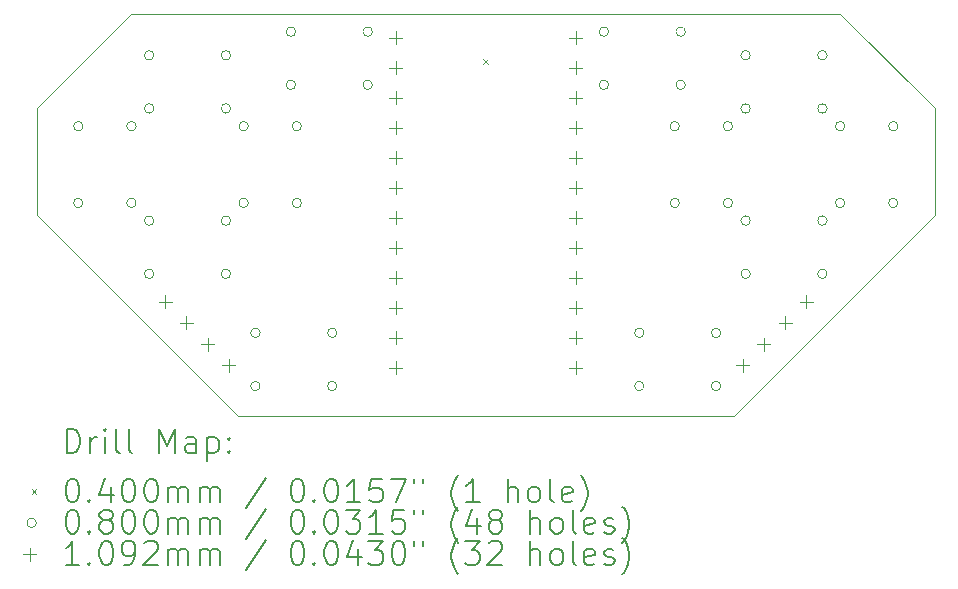
<source format=gbr>
%TF.GenerationSoftware,KiCad,Pcbnew,(6.0.8)*%
%TF.CreationDate,2023-06-20T19:58:34+10:00*%
%TF.ProjectId,thorny_devil,74686f72-6e79-45f6-9465-76696c2e6b69,rev?*%
%TF.SameCoordinates,Original*%
%TF.FileFunction,Drillmap*%
%TF.FilePolarity,Positive*%
%FSLAX45Y45*%
G04 Gerber Fmt 4.5, Leading zero omitted, Abs format (unit mm)*
G04 Created by KiCad (PCBNEW (6.0.8)) date 2023-06-20 19:58:34*
%MOMM*%
%LPD*%
G01*
G04 APERTURE LIST*
%ADD10C,0.100000*%
%ADD11C,0.200000*%
%ADD12C,0.040000*%
%ADD13C,0.080000*%
%ADD14C,0.109220*%
G04 APERTURE END LIST*
D10*
X7800000Y-4700000D02*
X8600000Y-3900000D01*
X9500000Y-7300000D02*
X13700000Y-7300000D01*
X14600000Y-3900000D02*
X8600000Y-3900000D01*
X13700000Y-7300000D02*
X15400000Y-5600000D01*
X9500000Y-7300000D02*
X7800000Y-5600000D01*
X7800000Y-5600000D02*
X7800000Y-4700000D01*
X15400000Y-4700000D02*
X14600000Y-3900000D01*
X15400000Y-5600000D02*
X15400000Y-4700000D01*
D11*
D12*
X11580000Y-4280000D02*
X11620000Y-4320000D01*
X11620000Y-4280000D02*
X11580000Y-4320000D01*
D13*
X8190000Y-4850000D02*
G75*
G03*
X8190000Y-4850000I-40000J0D01*
G01*
X8190000Y-5500000D02*
G75*
G03*
X8190000Y-5500000I-40000J0D01*
G01*
X8640000Y-4850000D02*
G75*
G03*
X8640000Y-4850000I-40000J0D01*
G01*
X8640000Y-5500000D02*
G75*
G03*
X8640000Y-5500000I-40000J0D01*
G01*
X8790000Y-4250000D02*
G75*
G03*
X8790000Y-4250000I-40000J0D01*
G01*
X8790000Y-4700000D02*
G75*
G03*
X8790000Y-4700000I-40000J0D01*
G01*
X8790000Y-5650000D02*
G75*
G03*
X8790000Y-5650000I-40000J0D01*
G01*
X8790000Y-6100000D02*
G75*
G03*
X8790000Y-6100000I-40000J0D01*
G01*
X9440000Y-4250000D02*
G75*
G03*
X9440000Y-4250000I-40000J0D01*
G01*
X9440000Y-4700000D02*
G75*
G03*
X9440000Y-4700000I-40000J0D01*
G01*
X9440000Y-5650000D02*
G75*
G03*
X9440000Y-5650000I-40000J0D01*
G01*
X9440000Y-6100000D02*
G75*
G03*
X9440000Y-6100000I-40000J0D01*
G01*
X9590000Y-4850000D02*
G75*
G03*
X9590000Y-4850000I-40000J0D01*
G01*
X9590000Y-5500000D02*
G75*
G03*
X9590000Y-5500000I-40000J0D01*
G01*
X9690000Y-6600000D02*
G75*
G03*
X9690000Y-6600000I-40000J0D01*
G01*
X9690000Y-7050000D02*
G75*
G03*
X9690000Y-7050000I-40000J0D01*
G01*
X9990000Y-4050000D02*
G75*
G03*
X9990000Y-4050000I-40000J0D01*
G01*
X9990000Y-4500000D02*
G75*
G03*
X9990000Y-4500000I-40000J0D01*
G01*
X10040000Y-4850000D02*
G75*
G03*
X10040000Y-4850000I-40000J0D01*
G01*
X10040000Y-5500000D02*
G75*
G03*
X10040000Y-5500000I-40000J0D01*
G01*
X10340000Y-6600000D02*
G75*
G03*
X10340000Y-6600000I-40000J0D01*
G01*
X10340000Y-7050000D02*
G75*
G03*
X10340000Y-7050000I-40000J0D01*
G01*
X10640000Y-4050000D02*
G75*
G03*
X10640000Y-4050000I-40000J0D01*
G01*
X10640000Y-4500000D02*
G75*
G03*
X10640000Y-4500000I-40000J0D01*
G01*
X12640000Y-4050000D02*
G75*
G03*
X12640000Y-4050000I-40000J0D01*
G01*
X12640000Y-4500000D02*
G75*
G03*
X12640000Y-4500000I-40000J0D01*
G01*
X12940000Y-6600000D02*
G75*
G03*
X12940000Y-6600000I-40000J0D01*
G01*
X12940000Y-7050000D02*
G75*
G03*
X12940000Y-7050000I-40000J0D01*
G01*
X13240000Y-4850000D02*
G75*
G03*
X13240000Y-4850000I-40000J0D01*
G01*
X13240000Y-5500000D02*
G75*
G03*
X13240000Y-5500000I-40000J0D01*
G01*
X13290000Y-4050000D02*
G75*
G03*
X13290000Y-4050000I-40000J0D01*
G01*
X13290000Y-4500000D02*
G75*
G03*
X13290000Y-4500000I-40000J0D01*
G01*
X13590000Y-6600000D02*
G75*
G03*
X13590000Y-6600000I-40000J0D01*
G01*
X13590000Y-7050000D02*
G75*
G03*
X13590000Y-7050000I-40000J0D01*
G01*
X13690000Y-4850000D02*
G75*
G03*
X13690000Y-4850000I-40000J0D01*
G01*
X13690000Y-5500000D02*
G75*
G03*
X13690000Y-5500000I-40000J0D01*
G01*
X13840000Y-4250000D02*
G75*
G03*
X13840000Y-4250000I-40000J0D01*
G01*
X13840000Y-4700000D02*
G75*
G03*
X13840000Y-4700000I-40000J0D01*
G01*
X13840000Y-5650000D02*
G75*
G03*
X13840000Y-5650000I-40000J0D01*
G01*
X13840000Y-6100000D02*
G75*
G03*
X13840000Y-6100000I-40000J0D01*
G01*
X14490000Y-4250000D02*
G75*
G03*
X14490000Y-4250000I-40000J0D01*
G01*
X14490000Y-4700000D02*
G75*
G03*
X14490000Y-4700000I-40000J0D01*
G01*
X14490000Y-5650000D02*
G75*
G03*
X14490000Y-5650000I-40000J0D01*
G01*
X14490000Y-6100000D02*
G75*
G03*
X14490000Y-6100000I-40000J0D01*
G01*
X14640000Y-4850000D02*
G75*
G03*
X14640000Y-4850000I-40000J0D01*
G01*
X14640000Y-5500000D02*
G75*
G03*
X14640000Y-5500000I-40000J0D01*
G01*
X15090000Y-4850000D02*
G75*
G03*
X15090000Y-4850000I-40000J0D01*
G01*
X15090000Y-5500000D02*
G75*
G03*
X15090000Y-5500000I-40000J0D01*
G01*
D14*
X8886185Y-6281575D02*
X8886185Y-6390795D01*
X8831575Y-6336185D02*
X8940795Y-6336185D01*
X9065790Y-6461180D02*
X9065790Y-6570400D01*
X9011180Y-6515790D02*
X9120400Y-6515790D01*
X9245395Y-6640785D02*
X9245395Y-6750005D01*
X9190785Y-6695395D02*
X9300005Y-6695395D01*
X9425000Y-6820390D02*
X9425000Y-6929610D01*
X9370390Y-6875000D02*
X9479610Y-6875000D01*
X10838000Y-4048390D02*
X10838000Y-4157610D01*
X10783390Y-4103000D02*
X10892610Y-4103000D01*
X10838000Y-4302390D02*
X10838000Y-4411610D01*
X10783390Y-4357000D02*
X10892610Y-4357000D01*
X10838000Y-4556390D02*
X10838000Y-4665610D01*
X10783390Y-4611000D02*
X10892610Y-4611000D01*
X10838000Y-4810390D02*
X10838000Y-4919610D01*
X10783390Y-4865000D02*
X10892610Y-4865000D01*
X10838000Y-5064390D02*
X10838000Y-5173610D01*
X10783390Y-5119000D02*
X10892610Y-5119000D01*
X10838000Y-5318390D02*
X10838000Y-5427610D01*
X10783390Y-5373000D02*
X10892610Y-5373000D01*
X10838000Y-5572390D02*
X10838000Y-5681610D01*
X10783390Y-5627000D02*
X10892610Y-5627000D01*
X10838000Y-5826390D02*
X10838000Y-5935610D01*
X10783390Y-5881000D02*
X10892610Y-5881000D01*
X10838000Y-6080390D02*
X10838000Y-6189610D01*
X10783390Y-6135000D02*
X10892610Y-6135000D01*
X10838000Y-6334390D02*
X10838000Y-6443610D01*
X10783390Y-6389000D02*
X10892610Y-6389000D01*
X10838000Y-6588390D02*
X10838000Y-6697610D01*
X10783390Y-6643000D02*
X10892610Y-6643000D01*
X10838000Y-6842390D02*
X10838000Y-6951610D01*
X10783390Y-6897000D02*
X10892610Y-6897000D01*
X12362000Y-4048390D02*
X12362000Y-4157610D01*
X12307390Y-4103000D02*
X12416610Y-4103000D01*
X12362000Y-4302390D02*
X12362000Y-4411610D01*
X12307390Y-4357000D02*
X12416610Y-4357000D01*
X12362000Y-4556390D02*
X12362000Y-4665610D01*
X12307390Y-4611000D02*
X12416610Y-4611000D01*
X12362000Y-4810390D02*
X12362000Y-4919610D01*
X12307390Y-4865000D02*
X12416610Y-4865000D01*
X12362000Y-5064390D02*
X12362000Y-5173610D01*
X12307390Y-5119000D02*
X12416610Y-5119000D01*
X12362000Y-5318390D02*
X12362000Y-5427610D01*
X12307390Y-5373000D02*
X12416610Y-5373000D01*
X12362000Y-5572390D02*
X12362000Y-5681610D01*
X12307390Y-5627000D02*
X12416610Y-5627000D01*
X12362000Y-5826390D02*
X12362000Y-5935610D01*
X12307390Y-5881000D02*
X12416610Y-5881000D01*
X12362000Y-6080390D02*
X12362000Y-6189610D01*
X12307390Y-6135000D02*
X12416610Y-6135000D01*
X12362000Y-6334390D02*
X12362000Y-6443610D01*
X12307390Y-6389000D02*
X12416610Y-6389000D01*
X12362000Y-6588390D02*
X12362000Y-6697610D01*
X12307390Y-6643000D02*
X12416610Y-6643000D01*
X12362000Y-6842390D02*
X12362000Y-6951610D01*
X12307390Y-6897000D02*
X12416610Y-6897000D01*
X13775000Y-6820390D02*
X13775000Y-6929610D01*
X13720390Y-6875000D02*
X13829610Y-6875000D01*
X13954605Y-6640785D02*
X13954605Y-6750005D01*
X13899995Y-6695395D02*
X14009215Y-6695395D01*
X14134210Y-6461180D02*
X14134210Y-6570400D01*
X14079600Y-6515790D02*
X14188820Y-6515790D01*
X14313815Y-6281575D02*
X14313815Y-6390795D01*
X14259205Y-6336185D02*
X14368425Y-6336185D01*
D11*
X8052619Y-7615476D02*
X8052619Y-7415476D01*
X8100238Y-7415476D01*
X8128809Y-7425000D01*
X8147857Y-7444048D01*
X8157381Y-7463095D01*
X8166905Y-7501190D01*
X8166905Y-7529762D01*
X8157381Y-7567857D01*
X8147857Y-7586905D01*
X8128809Y-7605952D01*
X8100238Y-7615476D01*
X8052619Y-7615476D01*
X8252619Y-7615476D02*
X8252619Y-7482143D01*
X8252619Y-7520238D02*
X8262143Y-7501190D01*
X8271667Y-7491667D01*
X8290714Y-7482143D01*
X8309762Y-7482143D01*
X8376428Y-7615476D02*
X8376428Y-7482143D01*
X8376428Y-7415476D02*
X8366905Y-7425000D01*
X8376428Y-7434524D01*
X8385952Y-7425000D01*
X8376428Y-7415476D01*
X8376428Y-7434524D01*
X8500238Y-7615476D02*
X8481190Y-7605952D01*
X8471667Y-7586905D01*
X8471667Y-7415476D01*
X8605000Y-7615476D02*
X8585952Y-7605952D01*
X8576429Y-7586905D01*
X8576429Y-7415476D01*
X8833571Y-7615476D02*
X8833571Y-7415476D01*
X8900238Y-7558333D01*
X8966905Y-7415476D01*
X8966905Y-7615476D01*
X9147857Y-7615476D02*
X9147857Y-7510714D01*
X9138333Y-7491667D01*
X9119286Y-7482143D01*
X9081190Y-7482143D01*
X9062143Y-7491667D01*
X9147857Y-7605952D02*
X9128810Y-7615476D01*
X9081190Y-7615476D01*
X9062143Y-7605952D01*
X9052619Y-7586905D01*
X9052619Y-7567857D01*
X9062143Y-7548809D01*
X9081190Y-7539286D01*
X9128810Y-7539286D01*
X9147857Y-7529762D01*
X9243095Y-7482143D02*
X9243095Y-7682143D01*
X9243095Y-7491667D02*
X9262143Y-7482143D01*
X9300238Y-7482143D01*
X9319286Y-7491667D01*
X9328810Y-7501190D01*
X9338333Y-7520238D01*
X9338333Y-7577381D01*
X9328810Y-7596428D01*
X9319286Y-7605952D01*
X9300238Y-7615476D01*
X9262143Y-7615476D01*
X9243095Y-7605952D01*
X9424048Y-7596428D02*
X9433571Y-7605952D01*
X9424048Y-7615476D01*
X9414524Y-7605952D01*
X9424048Y-7596428D01*
X9424048Y-7615476D01*
X9424048Y-7491667D02*
X9433571Y-7501190D01*
X9424048Y-7510714D01*
X9414524Y-7501190D01*
X9424048Y-7491667D01*
X9424048Y-7510714D01*
D12*
X7755000Y-7925000D02*
X7795000Y-7965000D01*
X7795000Y-7925000D02*
X7755000Y-7965000D01*
D11*
X8090714Y-7835476D02*
X8109762Y-7835476D01*
X8128809Y-7845000D01*
X8138333Y-7854524D01*
X8147857Y-7873571D01*
X8157381Y-7911667D01*
X8157381Y-7959286D01*
X8147857Y-7997381D01*
X8138333Y-8016428D01*
X8128809Y-8025952D01*
X8109762Y-8035476D01*
X8090714Y-8035476D01*
X8071667Y-8025952D01*
X8062143Y-8016428D01*
X8052619Y-7997381D01*
X8043095Y-7959286D01*
X8043095Y-7911667D01*
X8052619Y-7873571D01*
X8062143Y-7854524D01*
X8071667Y-7845000D01*
X8090714Y-7835476D01*
X8243095Y-8016428D02*
X8252619Y-8025952D01*
X8243095Y-8035476D01*
X8233571Y-8025952D01*
X8243095Y-8016428D01*
X8243095Y-8035476D01*
X8424048Y-7902143D02*
X8424048Y-8035476D01*
X8376428Y-7825952D02*
X8328809Y-7968809D01*
X8452619Y-7968809D01*
X8566905Y-7835476D02*
X8585952Y-7835476D01*
X8605000Y-7845000D01*
X8614524Y-7854524D01*
X8624048Y-7873571D01*
X8633571Y-7911667D01*
X8633571Y-7959286D01*
X8624048Y-7997381D01*
X8614524Y-8016428D01*
X8605000Y-8025952D01*
X8585952Y-8035476D01*
X8566905Y-8035476D01*
X8547857Y-8025952D01*
X8538333Y-8016428D01*
X8528810Y-7997381D01*
X8519286Y-7959286D01*
X8519286Y-7911667D01*
X8528810Y-7873571D01*
X8538333Y-7854524D01*
X8547857Y-7845000D01*
X8566905Y-7835476D01*
X8757381Y-7835476D02*
X8776429Y-7835476D01*
X8795476Y-7845000D01*
X8805000Y-7854524D01*
X8814524Y-7873571D01*
X8824048Y-7911667D01*
X8824048Y-7959286D01*
X8814524Y-7997381D01*
X8805000Y-8016428D01*
X8795476Y-8025952D01*
X8776429Y-8035476D01*
X8757381Y-8035476D01*
X8738333Y-8025952D01*
X8728810Y-8016428D01*
X8719286Y-7997381D01*
X8709762Y-7959286D01*
X8709762Y-7911667D01*
X8719286Y-7873571D01*
X8728810Y-7854524D01*
X8738333Y-7845000D01*
X8757381Y-7835476D01*
X8909762Y-8035476D02*
X8909762Y-7902143D01*
X8909762Y-7921190D02*
X8919286Y-7911667D01*
X8938333Y-7902143D01*
X8966905Y-7902143D01*
X8985952Y-7911667D01*
X8995476Y-7930714D01*
X8995476Y-8035476D01*
X8995476Y-7930714D02*
X9005000Y-7911667D01*
X9024048Y-7902143D01*
X9052619Y-7902143D01*
X9071667Y-7911667D01*
X9081190Y-7930714D01*
X9081190Y-8035476D01*
X9176429Y-8035476D02*
X9176429Y-7902143D01*
X9176429Y-7921190D02*
X9185952Y-7911667D01*
X9205000Y-7902143D01*
X9233571Y-7902143D01*
X9252619Y-7911667D01*
X9262143Y-7930714D01*
X9262143Y-8035476D01*
X9262143Y-7930714D02*
X9271667Y-7911667D01*
X9290714Y-7902143D01*
X9319286Y-7902143D01*
X9338333Y-7911667D01*
X9347857Y-7930714D01*
X9347857Y-8035476D01*
X9738333Y-7825952D02*
X9566905Y-8083095D01*
X9995476Y-7835476D02*
X10014524Y-7835476D01*
X10033571Y-7845000D01*
X10043095Y-7854524D01*
X10052619Y-7873571D01*
X10062143Y-7911667D01*
X10062143Y-7959286D01*
X10052619Y-7997381D01*
X10043095Y-8016428D01*
X10033571Y-8025952D01*
X10014524Y-8035476D01*
X9995476Y-8035476D01*
X9976429Y-8025952D01*
X9966905Y-8016428D01*
X9957381Y-7997381D01*
X9947857Y-7959286D01*
X9947857Y-7911667D01*
X9957381Y-7873571D01*
X9966905Y-7854524D01*
X9976429Y-7845000D01*
X9995476Y-7835476D01*
X10147857Y-8016428D02*
X10157381Y-8025952D01*
X10147857Y-8035476D01*
X10138333Y-8025952D01*
X10147857Y-8016428D01*
X10147857Y-8035476D01*
X10281190Y-7835476D02*
X10300238Y-7835476D01*
X10319286Y-7845000D01*
X10328810Y-7854524D01*
X10338333Y-7873571D01*
X10347857Y-7911667D01*
X10347857Y-7959286D01*
X10338333Y-7997381D01*
X10328810Y-8016428D01*
X10319286Y-8025952D01*
X10300238Y-8035476D01*
X10281190Y-8035476D01*
X10262143Y-8025952D01*
X10252619Y-8016428D01*
X10243095Y-7997381D01*
X10233571Y-7959286D01*
X10233571Y-7911667D01*
X10243095Y-7873571D01*
X10252619Y-7854524D01*
X10262143Y-7845000D01*
X10281190Y-7835476D01*
X10538333Y-8035476D02*
X10424048Y-8035476D01*
X10481190Y-8035476D02*
X10481190Y-7835476D01*
X10462143Y-7864048D01*
X10443095Y-7883095D01*
X10424048Y-7892619D01*
X10719286Y-7835476D02*
X10624048Y-7835476D01*
X10614524Y-7930714D01*
X10624048Y-7921190D01*
X10643095Y-7911667D01*
X10690714Y-7911667D01*
X10709762Y-7921190D01*
X10719286Y-7930714D01*
X10728810Y-7949762D01*
X10728810Y-7997381D01*
X10719286Y-8016428D01*
X10709762Y-8025952D01*
X10690714Y-8035476D01*
X10643095Y-8035476D01*
X10624048Y-8025952D01*
X10614524Y-8016428D01*
X10795476Y-7835476D02*
X10928810Y-7835476D01*
X10843095Y-8035476D01*
X10995476Y-7835476D02*
X10995476Y-7873571D01*
X11071667Y-7835476D02*
X11071667Y-7873571D01*
X11366905Y-8111667D02*
X11357381Y-8102143D01*
X11338333Y-8073571D01*
X11328809Y-8054524D01*
X11319286Y-8025952D01*
X11309762Y-7978333D01*
X11309762Y-7940238D01*
X11319286Y-7892619D01*
X11328809Y-7864048D01*
X11338333Y-7845000D01*
X11357381Y-7816428D01*
X11366905Y-7806905D01*
X11547857Y-8035476D02*
X11433571Y-8035476D01*
X11490714Y-8035476D02*
X11490714Y-7835476D01*
X11471667Y-7864048D01*
X11452619Y-7883095D01*
X11433571Y-7892619D01*
X11785952Y-8035476D02*
X11785952Y-7835476D01*
X11871667Y-8035476D02*
X11871667Y-7930714D01*
X11862143Y-7911667D01*
X11843095Y-7902143D01*
X11814524Y-7902143D01*
X11795476Y-7911667D01*
X11785952Y-7921190D01*
X11995476Y-8035476D02*
X11976428Y-8025952D01*
X11966905Y-8016428D01*
X11957381Y-7997381D01*
X11957381Y-7940238D01*
X11966905Y-7921190D01*
X11976428Y-7911667D01*
X11995476Y-7902143D01*
X12024048Y-7902143D01*
X12043095Y-7911667D01*
X12052619Y-7921190D01*
X12062143Y-7940238D01*
X12062143Y-7997381D01*
X12052619Y-8016428D01*
X12043095Y-8025952D01*
X12024048Y-8035476D01*
X11995476Y-8035476D01*
X12176428Y-8035476D02*
X12157381Y-8025952D01*
X12147857Y-8006905D01*
X12147857Y-7835476D01*
X12328809Y-8025952D02*
X12309762Y-8035476D01*
X12271667Y-8035476D01*
X12252619Y-8025952D01*
X12243095Y-8006905D01*
X12243095Y-7930714D01*
X12252619Y-7911667D01*
X12271667Y-7902143D01*
X12309762Y-7902143D01*
X12328809Y-7911667D01*
X12338333Y-7930714D01*
X12338333Y-7949762D01*
X12243095Y-7968809D01*
X12405000Y-8111667D02*
X12414524Y-8102143D01*
X12433571Y-8073571D01*
X12443095Y-8054524D01*
X12452619Y-8025952D01*
X12462143Y-7978333D01*
X12462143Y-7940238D01*
X12452619Y-7892619D01*
X12443095Y-7864048D01*
X12433571Y-7845000D01*
X12414524Y-7816428D01*
X12405000Y-7806905D01*
D13*
X7795000Y-8209000D02*
G75*
G03*
X7795000Y-8209000I-40000J0D01*
G01*
D11*
X8090714Y-8099476D02*
X8109762Y-8099476D01*
X8128809Y-8109000D01*
X8138333Y-8118524D01*
X8147857Y-8137571D01*
X8157381Y-8175667D01*
X8157381Y-8223286D01*
X8147857Y-8261381D01*
X8138333Y-8280428D01*
X8128809Y-8289952D01*
X8109762Y-8299476D01*
X8090714Y-8299476D01*
X8071667Y-8289952D01*
X8062143Y-8280428D01*
X8052619Y-8261381D01*
X8043095Y-8223286D01*
X8043095Y-8175667D01*
X8052619Y-8137571D01*
X8062143Y-8118524D01*
X8071667Y-8109000D01*
X8090714Y-8099476D01*
X8243095Y-8280428D02*
X8252619Y-8289952D01*
X8243095Y-8299476D01*
X8233571Y-8289952D01*
X8243095Y-8280428D01*
X8243095Y-8299476D01*
X8366905Y-8185190D02*
X8347857Y-8175667D01*
X8338333Y-8166143D01*
X8328809Y-8147095D01*
X8328809Y-8137571D01*
X8338333Y-8118524D01*
X8347857Y-8109000D01*
X8366905Y-8099476D01*
X8405000Y-8099476D01*
X8424048Y-8109000D01*
X8433571Y-8118524D01*
X8443095Y-8137571D01*
X8443095Y-8147095D01*
X8433571Y-8166143D01*
X8424048Y-8175667D01*
X8405000Y-8185190D01*
X8366905Y-8185190D01*
X8347857Y-8194714D01*
X8338333Y-8204238D01*
X8328809Y-8223286D01*
X8328809Y-8261381D01*
X8338333Y-8280428D01*
X8347857Y-8289952D01*
X8366905Y-8299476D01*
X8405000Y-8299476D01*
X8424048Y-8289952D01*
X8433571Y-8280428D01*
X8443095Y-8261381D01*
X8443095Y-8223286D01*
X8433571Y-8204238D01*
X8424048Y-8194714D01*
X8405000Y-8185190D01*
X8566905Y-8099476D02*
X8585952Y-8099476D01*
X8605000Y-8109000D01*
X8614524Y-8118524D01*
X8624048Y-8137571D01*
X8633571Y-8175667D01*
X8633571Y-8223286D01*
X8624048Y-8261381D01*
X8614524Y-8280428D01*
X8605000Y-8289952D01*
X8585952Y-8299476D01*
X8566905Y-8299476D01*
X8547857Y-8289952D01*
X8538333Y-8280428D01*
X8528810Y-8261381D01*
X8519286Y-8223286D01*
X8519286Y-8175667D01*
X8528810Y-8137571D01*
X8538333Y-8118524D01*
X8547857Y-8109000D01*
X8566905Y-8099476D01*
X8757381Y-8099476D02*
X8776429Y-8099476D01*
X8795476Y-8109000D01*
X8805000Y-8118524D01*
X8814524Y-8137571D01*
X8824048Y-8175667D01*
X8824048Y-8223286D01*
X8814524Y-8261381D01*
X8805000Y-8280428D01*
X8795476Y-8289952D01*
X8776429Y-8299476D01*
X8757381Y-8299476D01*
X8738333Y-8289952D01*
X8728810Y-8280428D01*
X8719286Y-8261381D01*
X8709762Y-8223286D01*
X8709762Y-8175667D01*
X8719286Y-8137571D01*
X8728810Y-8118524D01*
X8738333Y-8109000D01*
X8757381Y-8099476D01*
X8909762Y-8299476D02*
X8909762Y-8166143D01*
X8909762Y-8185190D02*
X8919286Y-8175667D01*
X8938333Y-8166143D01*
X8966905Y-8166143D01*
X8985952Y-8175667D01*
X8995476Y-8194714D01*
X8995476Y-8299476D01*
X8995476Y-8194714D02*
X9005000Y-8175667D01*
X9024048Y-8166143D01*
X9052619Y-8166143D01*
X9071667Y-8175667D01*
X9081190Y-8194714D01*
X9081190Y-8299476D01*
X9176429Y-8299476D02*
X9176429Y-8166143D01*
X9176429Y-8185190D02*
X9185952Y-8175667D01*
X9205000Y-8166143D01*
X9233571Y-8166143D01*
X9252619Y-8175667D01*
X9262143Y-8194714D01*
X9262143Y-8299476D01*
X9262143Y-8194714D02*
X9271667Y-8175667D01*
X9290714Y-8166143D01*
X9319286Y-8166143D01*
X9338333Y-8175667D01*
X9347857Y-8194714D01*
X9347857Y-8299476D01*
X9738333Y-8089952D02*
X9566905Y-8347095D01*
X9995476Y-8099476D02*
X10014524Y-8099476D01*
X10033571Y-8109000D01*
X10043095Y-8118524D01*
X10052619Y-8137571D01*
X10062143Y-8175667D01*
X10062143Y-8223286D01*
X10052619Y-8261381D01*
X10043095Y-8280428D01*
X10033571Y-8289952D01*
X10014524Y-8299476D01*
X9995476Y-8299476D01*
X9976429Y-8289952D01*
X9966905Y-8280428D01*
X9957381Y-8261381D01*
X9947857Y-8223286D01*
X9947857Y-8175667D01*
X9957381Y-8137571D01*
X9966905Y-8118524D01*
X9976429Y-8109000D01*
X9995476Y-8099476D01*
X10147857Y-8280428D02*
X10157381Y-8289952D01*
X10147857Y-8299476D01*
X10138333Y-8289952D01*
X10147857Y-8280428D01*
X10147857Y-8299476D01*
X10281190Y-8099476D02*
X10300238Y-8099476D01*
X10319286Y-8109000D01*
X10328810Y-8118524D01*
X10338333Y-8137571D01*
X10347857Y-8175667D01*
X10347857Y-8223286D01*
X10338333Y-8261381D01*
X10328810Y-8280428D01*
X10319286Y-8289952D01*
X10300238Y-8299476D01*
X10281190Y-8299476D01*
X10262143Y-8289952D01*
X10252619Y-8280428D01*
X10243095Y-8261381D01*
X10233571Y-8223286D01*
X10233571Y-8175667D01*
X10243095Y-8137571D01*
X10252619Y-8118524D01*
X10262143Y-8109000D01*
X10281190Y-8099476D01*
X10414524Y-8099476D02*
X10538333Y-8099476D01*
X10471667Y-8175667D01*
X10500238Y-8175667D01*
X10519286Y-8185190D01*
X10528810Y-8194714D01*
X10538333Y-8213762D01*
X10538333Y-8261381D01*
X10528810Y-8280428D01*
X10519286Y-8289952D01*
X10500238Y-8299476D01*
X10443095Y-8299476D01*
X10424048Y-8289952D01*
X10414524Y-8280428D01*
X10728810Y-8299476D02*
X10614524Y-8299476D01*
X10671667Y-8299476D02*
X10671667Y-8099476D01*
X10652619Y-8128048D01*
X10633571Y-8147095D01*
X10614524Y-8156619D01*
X10909762Y-8099476D02*
X10814524Y-8099476D01*
X10805000Y-8194714D01*
X10814524Y-8185190D01*
X10833571Y-8175667D01*
X10881190Y-8175667D01*
X10900238Y-8185190D01*
X10909762Y-8194714D01*
X10919286Y-8213762D01*
X10919286Y-8261381D01*
X10909762Y-8280428D01*
X10900238Y-8289952D01*
X10881190Y-8299476D01*
X10833571Y-8299476D01*
X10814524Y-8289952D01*
X10805000Y-8280428D01*
X10995476Y-8099476D02*
X10995476Y-8137571D01*
X11071667Y-8099476D02*
X11071667Y-8137571D01*
X11366905Y-8375667D02*
X11357381Y-8366143D01*
X11338333Y-8337571D01*
X11328809Y-8318524D01*
X11319286Y-8289952D01*
X11309762Y-8242333D01*
X11309762Y-8204238D01*
X11319286Y-8156619D01*
X11328809Y-8128048D01*
X11338333Y-8109000D01*
X11357381Y-8080428D01*
X11366905Y-8070905D01*
X11528809Y-8166143D02*
X11528809Y-8299476D01*
X11481190Y-8089952D02*
X11433571Y-8232809D01*
X11557381Y-8232809D01*
X11662143Y-8185190D02*
X11643095Y-8175667D01*
X11633571Y-8166143D01*
X11624048Y-8147095D01*
X11624048Y-8137571D01*
X11633571Y-8118524D01*
X11643095Y-8109000D01*
X11662143Y-8099476D01*
X11700238Y-8099476D01*
X11719286Y-8109000D01*
X11728809Y-8118524D01*
X11738333Y-8137571D01*
X11738333Y-8147095D01*
X11728809Y-8166143D01*
X11719286Y-8175667D01*
X11700238Y-8185190D01*
X11662143Y-8185190D01*
X11643095Y-8194714D01*
X11633571Y-8204238D01*
X11624048Y-8223286D01*
X11624048Y-8261381D01*
X11633571Y-8280428D01*
X11643095Y-8289952D01*
X11662143Y-8299476D01*
X11700238Y-8299476D01*
X11719286Y-8289952D01*
X11728809Y-8280428D01*
X11738333Y-8261381D01*
X11738333Y-8223286D01*
X11728809Y-8204238D01*
X11719286Y-8194714D01*
X11700238Y-8185190D01*
X11976428Y-8299476D02*
X11976428Y-8099476D01*
X12062143Y-8299476D02*
X12062143Y-8194714D01*
X12052619Y-8175667D01*
X12033571Y-8166143D01*
X12005000Y-8166143D01*
X11985952Y-8175667D01*
X11976428Y-8185190D01*
X12185952Y-8299476D02*
X12166905Y-8289952D01*
X12157381Y-8280428D01*
X12147857Y-8261381D01*
X12147857Y-8204238D01*
X12157381Y-8185190D01*
X12166905Y-8175667D01*
X12185952Y-8166143D01*
X12214524Y-8166143D01*
X12233571Y-8175667D01*
X12243095Y-8185190D01*
X12252619Y-8204238D01*
X12252619Y-8261381D01*
X12243095Y-8280428D01*
X12233571Y-8289952D01*
X12214524Y-8299476D01*
X12185952Y-8299476D01*
X12366905Y-8299476D02*
X12347857Y-8289952D01*
X12338333Y-8270905D01*
X12338333Y-8099476D01*
X12519286Y-8289952D02*
X12500238Y-8299476D01*
X12462143Y-8299476D01*
X12443095Y-8289952D01*
X12433571Y-8270905D01*
X12433571Y-8194714D01*
X12443095Y-8175667D01*
X12462143Y-8166143D01*
X12500238Y-8166143D01*
X12519286Y-8175667D01*
X12528809Y-8194714D01*
X12528809Y-8213762D01*
X12433571Y-8232809D01*
X12605000Y-8289952D02*
X12624048Y-8299476D01*
X12662143Y-8299476D01*
X12681190Y-8289952D01*
X12690714Y-8270905D01*
X12690714Y-8261381D01*
X12681190Y-8242333D01*
X12662143Y-8232809D01*
X12633571Y-8232809D01*
X12614524Y-8223286D01*
X12605000Y-8204238D01*
X12605000Y-8194714D01*
X12614524Y-8175667D01*
X12633571Y-8166143D01*
X12662143Y-8166143D01*
X12681190Y-8175667D01*
X12757381Y-8375667D02*
X12766905Y-8366143D01*
X12785952Y-8337571D01*
X12795476Y-8318524D01*
X12805000Y-8289952D01*
X12814524Y-8242333D01*
X12814524Y-8204238D01*
X12805000Y-8156619D01*
X12795476Y-8128048D01*
X12785952Y-8109000D01*
X12766905Y-8080428D01*
X12757381Y-8070905D01*
D14*
X7740390Y-8418390D02*
X7740390Y-8527610D01*
X7685780Y-8473000D02*
X7795000Y-8473000D01*
D11*
X8157381Y-8563476D02*
X8043095Y-8563476D01*
X8100238Y-8563476D02*
X8100238Y-8363476D01*
X8081190Y-8392048D01*
X8062143Y-8411095D01*
X8043095Y-8420619D01*
X8243095Y-8544429D02*
X8252619Y-8553952D01*
X8243095Y-8563476D01*
X8233571Y-8553952D01*
X8243095Y-8544429D01*
X8243095Y-8563476D01*
X8376428Y-8363476D02*
X8395476Y-8363476D01*
X8414524Y-8373000D01*
X8424048Y-8382524D01*
X8433571Y-8401571D01*
X8443095Y-8439667D01*
X8443095Y-8487286D01*
X8433571Y-8525381D01*
X8424048Y-8544429D01*
X8414524Y-8553952D01*
X8395476Y-8563476D01*
X8376428Y-8563476D01*
X8357381Y-8553952D01*
X8347857Y-8544429D01*
X8338333Y-8525381D01*
X8328809Y-8487286D01*
X8328809Y-8439667D01*
X8338333Y-8401571D01*
X8347857Y-8382524D01*
X8357381Y-8373000D01*
X8376428Y-8363476D01*
X8538333Y-8563476D02*
X8576429Y-8563476D01*
X8595476Y-8553952D01*
X8605000Y-8544429D01*
X8624048Y-8515857D01*
X8633571Y-8477762D01*
X8633571Y-8401571D01*
X8624048Y-8382524D01*
X8614524Y-8373000D01*
X8595476Y-8363476D01*
X8557381Y-8363476D01*
X8538333Y-8373000D01*
X8528810Y-8382524D01*
X8519286Y-8401571D01*
X8519286Y-8449190D01*
X8528810Y-8468238D01*
X8538333Y-8477762D01*
X8557381Y-8487286D01*
X8595476Y-8487286D01*
X8614524Y-8477762D01*
X8624048Y-8468238D01*
X8633571Y-8449190D01*
X8709762Y-8382524D02*
X8719286Y-8373000D01*
X8738333Y-8363476D01*
X8785952Y-8363476D01*
X8805000Y-8373000D01*
X8814524Y-8382524D01*
X8824048Y-8401571D01*
X8824048Y-8420619D01*
X8814524Y-8449190D01*
X8700238Y-8563476D01*
X8824048Y-8563476D01*
X8909762Y-8563476D02*
X8909762Y-8430143D01*
X8909762Y-8449190D02*
X8919286Y-8439667D01*
X8938333Y-8430143D01*
X8966905Y-8430143D01*
X8985952Y-8439667D01*
X8995476Y-8458714D01*
X8995476Y-8563476D01*
X8995476Y-8458714D02*
X9005000Y-8439667D01*
X9024048Y-8430143D01*
X9052619Y-8430143D01*
X9071667Y-8439667D01*
X9081190Y-8458714D01*
X9081190Y-8563476D01*
X9176429Y-8563476D02*
X9176429Y-8430143D01*
X9176429Y-8449190D02*
X9185952Y-8439667D01*
X9205000Y-8430143D01*
X9233571Y-8430143D01*
X9252619Y-8439667D01*
X9262143Y-8458714D01*
X9262143Y-8563476D01*
X9262143Y-8458714D02*
X9271667Y-8439667D01*
X9290714Y-8430143D01*
X9319286Y-8430143D01*
X9338333Y-8439667D01*
X9347857Y-8458714D01*
X9347857Y-8563476D01*
X9738333Y-8353952D02*
X9566905Y-8611095D01*
X9995476Y-8363476D02*
X10014524Y-8363476D01*
X10033571Y-8373000D01*
X10043095Y-8382524D01*
X10052619Y-8401571D01*
X10062143Y-8439667D01*
X10062143Y-8487286D01*
X10052619Y-8525381D01*
X10043095Y-8544429D01*
X10033571Y-8553952D01*
X10014524Y-8563476D01*
X9995476Y-8563476D01*
X9976429Y-8553952D01*
X9966905Y-8544429D01*
X9957381Y-8525381D01*
X9947857Y-8487286D01*
X9947857Y-8439667D01*
X9957381Y-8401571D01*
X9966905Y-8382524D01*
X9976429Y-8373000D01*
X9995476Y-8363476D01*
X10147857Y-8544429D02*
X10157381Y-8553952D01*
X10147857Y-8563476D01*
X10138333Y-8553952D01*
X10147857Y-8544429D01*
X10147857Y-8563476D01*
X10281190Y-8363476D02*
X10300238Y-8363476D01*
X10319286Y-8373000D01*
X10328810Y-8382524D01*
X10338333Y-8401571D01*
X10347857Y-8439667D01*
X10347857Y-8487286D01*
X10338333Y-8525381D01*
X10328810Y-8544429D01*
X10319286Y-8553952D01*
X10300238Y-8563476D01*
X10281190Y-8563476D01*
X10262143Y-8553952D01*
X10252619Y-8544429D01*
X10243095Y-8525381D01*
X10233571Y-8487286D01*
X10233571Y-8439667D01*
X10243095Y-8401571D01*
X10252619Y-8382524D01*
X10262143Y-8373000D01*
X10281190Y-8363476D01*
X10519286Y-8430143D02*
X10519286Y-8563476D01*
X10471667Y-8353952D02*
X10424048Y-8496810D01*
X10547857Y-8496810D01*
X10605000Y-8363476D02*
X10728810Y-8363476D01*
X10662143Y-8439667D01*
X10690714Y-8439667D01*
X10709762Y-8449190D01*
X10719286Y-8458714D01*
X10728810Y-8477762D01*
X10728810Y-8525381D01*
X10719286Y-8544429D01*
X10709762Y-8553952D01*
X10690714Y-8563476D01*
X10633571Y-8563476D01*
X10614524Y-8553952D01*
X10605000Y-8544429D01*
X10852619Y-8363476D02*
X10871667Y-8363476D01*
X10890714Y-8373000D01*
X10900238Y-8382524D01*
X10909762Y-8401571D01*
X10919286Y-8439667D01*
X10919286Y-8487286D01*
X10909762Y-8525381D01*
X10900238Y-8544429D01*
X10890714Y-8553952D01*
X10871667Y-8563476D01*
X10852619Y-8563476D01*
X10833571Y-8553952D01*
X10824048Y-8544429D01*
X10814524Y-8525381D01*
X10805000Y-8487286D01*
X10805000Y-8439667D01*
X10814524Y-8401571D01*
X10824048Y-8382524D01*
X10833571Y-8373000D01*
X10852619Y-8363476D01*
X10995476Y-8363476D02*
X10995476Y-8401571D01*
X11071667Y-8363476D02*
X11071667Y-8401571D01*
X11366905Y-8639667D02*
X11357381Y-8630143D01*
X11338333Y-8601571D01*
X11328809Y-8582524D01*
X11319286Y-8553952D01*
X11309762Y-8506333D01*
X11309762Y-8468238D01*
X11319286Y-8420619D01*
X11328809Y-8392048D01*
X11338333Y-8373000D01*
X11357381Y-8344428D01*
X11366905Y-8334905D01*
X11424048Y-8363476D02*
X11547857Y-8363476D01*
X11481190Y-8439667D01*
X11509762Y-8439667D01*
X11528809Y-8449190D01*
X11538333Y-8458714D01*
X11547857Y-8477762D01*
X11547857Y-8525381D01*
X11538333Y-8544429D01*
X11528809Y-8553952D01*
X11509762Y-8563476D01*
X11452619Y-8563476D01*
X11433571Y-8553952D01*
X11424048Y-8544429D01*
X11624048Y-8382524D02*
X11633571Y-8373000D01*
X11652619Y-8363476D01*
X11700238Y-8363476D01*
X11719286Y-8373000D01*
X11728809Y-8382524D01*
X11738333Y-8401571D01*
X11738333Y-8420619D01*
X11728809Y-8449190D01*
X11614524Y-8563476D01*
X11738333Y-8563476D01*
X11976428Y-8563476D02*
X11976428Y-8363476D01*
X12062143Y-8563476D02*
X12062143Y-8458714D01*
X12052619Y-8439667D01*
X12033571Y-8430143D01*
X12005000Y-8430143D01*
X11985952Y-8439667D01*
X11976428Y-8449190D01*
X12185952Y-8563476D02*
X12166905Y-8553952D01*
X12157381Y-8544429D01*
X12147857Y-8525381D01*
X12147857Y-8468238D01*
X12157381Y-8449190D01*
X12166905Y-8439667D01*
X12185952Y-8430143D01*
X12214524Y-8430143D01*
X12233571Y-8439667D01*
X12243095Y-8449190D01*
X12252619Y-8468238D01*
X12252619Y-8525381D01*
X12243095Y-8544429D01*
X12233571Y-8553952D01*
X12214524Y-8563476D01*
X12185952Y-8563476D01*
X12366905Y-8563476D02*
X12347857Y-8553952D01*
X12338333Y-8534905D01*
X12338333Y-8363476D01*
X12519286Y-8553952D02*
X12500238Y-8563476D01*
X12462143Y-8563476D01*
X12443095Y-8553952D01*
X12433571Y-8534905D01*
X12433571Y-8458714D01*
X12443095Y-8439667D01*
X12462143Y-8430143D01*
X12500238Y-8430143D01*
X12519286Y-8439667D01*
X12528809Y-8458714D01*
X12528809Y-8477762D01*
X12433571Y-8496810D01*
X12605000Y-8553952D02*
X12624048Y-8563476D01*
X12662143Y-8563476D01*
X12681190Y-8553952D01*
X12690714Y-8534905D01*
X12690714Y-8525381D01*
X12681190Y-8506333D01*
X12662143Y-8496810D01*
X12633571Y-8496810D01*
X12614524Y-8487286D01*
X12605000Y-8468238D01*
X12605000Y-8458714D01*
X12614524Y-8439667D01*
X12633571Y-8430143D01*
X12662143Y-8430143D01*
X12681190Y-8439667D01*
X12757381Y-8639667D02*
X12766905Y-8630143D01*
X12785952Y-8601571D01*
X12795476Y-8582524D01*
X12805000Y-8553952D01*
X12814524Y-8506333D01*
X12814524Y-8468238D01*
X12805000Y-8420619D01*
X12795476Y-8392048D01*
X12785952Y-8373000D01*
X12766905Y-8344428D01*
X12757381Y-8334905D01*
M02*

</source>
